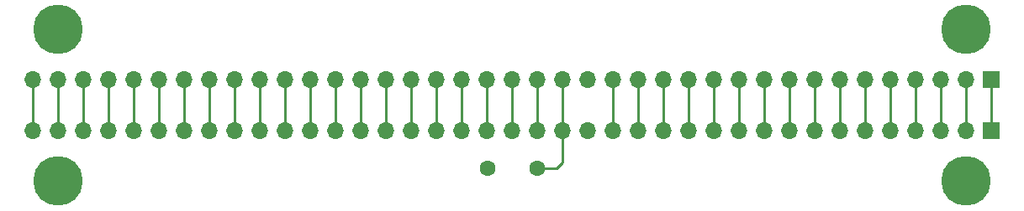
<source format=gtl>
G04 #@! TF.FileFunction,Copper,L1,Top,Signal*
%FSLAX46Y46*%
G04 Gerber Fmt 4.6, Leading zero omitted, Abs format (unit mm)*
G04 Created by KiCad (PCBNEW 4.0.7) date 01/27/20 16:21:50*
%MOMM*%
%LPD*%
G01*
G04 APERTURE LIST*
%ADD10C,0.100000*%
%ADD11C,5.000000*%
%ADD12R,1.700000X1.700000*%
%ADD13O,1.700000X1.700000*%
%ADD14C,1.600000*%
%ADD15C,0.250000*%
G04 APERTURE END LIST*
D10*
D11*
X101600000Y-98960000D03*
X193040000Y-98960000D03*
X193040000Y-114300000D03*
X101600000Y-114300000D03*
D12*
X195580000Y-109220000D03*
D13*
X193040000Y-109220000D03*
X190500000Y-109220000D03*
X187960000Y-109220000D03*
X185420000Y-109220000D03*
X182880000Y-109220000D03*
X180340000Y-109220000D03*
X177800000Y-109220000D03*
X175260000Y-109220000D03*
X172720000Y-109220000D03*
X170180000Y-109220000D03*
X167640000Y-109220000D03*
X165100000Y-109220000D03*
X162560000Y-109220000D03*
X160020000Y-109220000D03*
X157480000Y-109220000D03*
X154940000Y-109220000D03*
X152400000Y-109220000D03*
X149860000Y-109220000D03*
X147320000Y-109220000D03*
X144780000Y-109220000D03*
X142240000Y-109220000D03*
X139700000Y-109220000D03*
X137160000Y-109220000D03*
X134620000Y-109220000D03*
X132080000Y-109220000D03*
X129540000Y-109220000D03*
X127000000Y-109220000D03*
X124460000Y-109220000D03*
X121920000Y-109220000D03*
X119380000Y-109220000D03*
X116840000Y-109220000D03*
X114300000Y-109220000D03*
X111760000Y-109220000D03*
X109220000Y-109220000D03*
X106680000Y-109220000D03*
X104140000Y-109220000D03*
X101600000Y-109220000D03*
X99060000Y-109220000D03*
D14*
X149860000Y-113030000D03*
X144860000Y-113030000D03*
D12*
X195580000Y-104040000D03*
D13*
X193040000Y-104040000D03*
X190500000Y-104040000D03*
X187960000Y-104040000D03*
X185420000Y-104040000D03*
X182880000Y-104040000D03*
X180340000Y-104040000D03*
X177800000Y-104040000D03*
X175260000Y-104040000D03*
X172720000Y-104040000D03*
X170180000Y-104040000D03*
X167640000Y-104040000D03*
X165100000Y-104040000D03*
X162560000Y-104040000D03*
X160020000Y-104040000D03*
X157480000Y-104040000D03*
X154940000Y-104040000D03*
X152400000Y-104040000D03*
X149860000Y-104040000D03*
X147320000Y-104040000D03*
X144780000Y-104040000D03*
X142240000Y-104040000D03*
X139700000Y-104040000D03*
X137160000Y-104040000D03*
X134620000Y-104040000D03*
X132080000Y-104040000D03*
X129540000Y-104040000D03*
X127000000Y-104040000D03*
X124460000Y-104040000D03*
X121920000Y-104040000D03*
X119380000Y-104040000D03*
X116840000Y-104040000D03*
X114300000Y-104040000D03*
X111760000Y-104040000D03*
X109220000Y-104040000D03*
X106680000Y-104040000D03*
X104140000Y-104040000D03*
X101600000Y-104040000D03*
X99060000Y-104040000D03*
D15*
X149860000Y-113030000D02*
X151765000Y-113030000D01*
X152400000Y-112395000D02*
X152400000Y-109220000D01*
X151765000Y-113030000D02*
X152400000Y-112395000D01*
X152400000Y-109220000D02*
X152400000Y-104040000D01*
X195580000Y-109220000D02*
X195580000Y-104040000D01*
X193040000Y-104040000D02*
X193040000Y-109220000D01*
X190500000Y-109220000D02*
X190500000Y-104040000D01*
X187960000Y-104040000D02*
X187960000Y-109220000D01*
X185420000Y-109220000D02*
X185420000Y-104040000D01*
X182880000Y-104040000D02*
X182880000Y-109220000D01*
X180340000Y-109220000D02*
X180340000Y-104040000D01*
X177800000Y-104040000D02*
X177800000Y-109220000D01*
X175260000Y-109220000D02*
X175260000Y-104040000D01*
X172720000Y-109220000D02*
X172720000Y-104040000D01*
X170180000Y-104040000D02*
X170180000Y-109220000D01*
X167640000Y-109220000D02*
X167640000Y-104040000D01*
X165100000Y-104040000D02*
X165100000Y-109220000D01*
X162560000Y-109220000D02*
X162560000Y-104040000D01*
X160020000Y-104040000D02*
X160020000Y-109220000D01*
X157480000Y-109220000D02*
X157480000Y-104040000D01*
X142240000Y-109220000D02*
X142240000Y-104040000D01*
X139700000Y-104040000D02*
X139700000Y-109220000D01*
X137160000Y-109220000D02*
X137160000Y-104040000D01*
X134620000Y-104040000D02*
X134620000Y-109220000D01*
X132080000Y-109220000D02*
X132080000Y-104040000D01*
X129540000Y-104040000D02*
X129540000Y-109220000D01*
X127000000Y-104040000D02*
X127000000Y-109220000D01*
X124460000Y-109220000D02*
X124460000Y-104040000D01*
X121920000Y-104040000D02*
X121920000Y-109220000D01*
X119380000Y-109220000D02*
X119380000Y-104040000D01*
X116840000Y-104040000D02*
X116840000Y-109220000D01*
X114300000Y-109220000D02*
X114300000Y-104040000D01*
X111760000Y-104040000D02*
X111760000Y-109220000D01*
X147320000Y-109220000D02*
X147320000Y-104040000D01*
X109220000Y-109220000D02*
X109220000Y-104040000D01*
X106680000Y-104040000D02*
X106680000Y-109220000D01*
X104140000Y-109220000D02*
X104140000Y-104040000D01*
X99060000Y-109220000D02*
X99060000Y-104040000D01*
X149860000Y-104040000D02*
X149860000Y-109220000D01*
X144780000Y-104040000D02*
X144780000Y-109220000D01*
X101600000Y-104040000D02*
X101600000Y-109220000D01*
M02*

</source>
